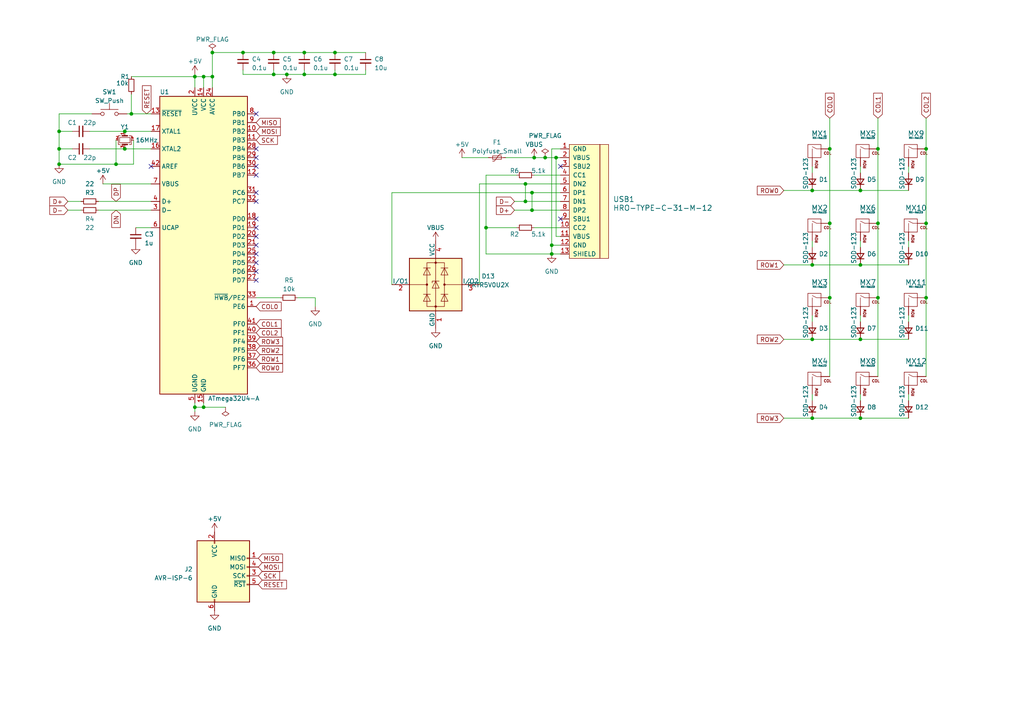
<source format=kicad_sch>
(kicad_sch (version 20230121) (generator eeschema)
  (paper "A4")
  (title_block (title "MacroPad") (date "2023-03-09") (rev "1.0") (company "HamelElectronics") (comment 1 "By Jeffrey Hamel"))
  (lib_symbols
    (symbol "Connector:AVR-ISP-6" (pin_names (offset 1.016))
      (property "Reference" "J" (at -6.35 11.43 0))
      (property "Value" "AVR-ISP-6" (at 0 11.43 0))
      (symbol "AVR-ISP-6_0_1"
        (rectangle (start -2.667 -6.858) (end -2.413 -7.62))
        (rectangle (start -2.667 10.16) (end -2.413 9.398))
        (rectangle (start 7.62 -2.413) (end 6.858 -2.667))
        (rectangle (start 7.62 0.127) (end 6.858 -0.127))
        (rectangle (start 7.62 2.667) (end 6.858 2.413))
        (rectangle (start 7.62 5.207) (end 6.858 4.953))
        (rectangle (start 7.62 10.16) (end -7.62 -7.62) (stroke (width 0.254)) (fill (type background)))
      )
      (symbol "AVR-ISP-6_1_1"
        (pin passive line (at 10.16 5.08 180) (length 2.54) (name "MISO") (number "1"))
        (pin passive line (at -2.54 12.7 270) (length 2.54) (name "VCC") (number "2"))
        (pin passive line (at 10.16 0 180) (length 2.54) (name "SCK") (number "3"))
        (pin passive line (at 10.16 2.54 180) (length 2.54) (name "MOSI") (number "4"))
        (pin passive line (at 10.16 -2.54 180) (length 2.54) (name "~{RST}") (number "5"))
        (pin passive line (at -2.54 -10.16 90) (length 2.54) (name "GND") (number "6"))
      )
    )
    (symbol "Device:C_Small" (pin_numbers hide) (pin_names (offset 0.254) hide)
      (property "Reference" "C" (at 0.254 1.778 0))
      (property "Value" "C_Small" (at 0.254 -2.032 0))
      (symbol "C_Small_0_1"
        (polyline (pts (xy -1.524 -0.508) (xy 1.524 -0.508)) (stroke (width 0.3302)))
        (polyline (pts (xy -1.524 0.508) (xy 1.524 0.508)) (stroke (width 0.3048)))
      )
      (symbol "C_Small_1_1"
        (pin passive line (at 0 2.54 270) (length 2.032) (name "~") (number "1"))
        (pin passive line (at 0 -2.54 90) (length 2.032) (name "~") (number "2"))
      )
    )
    (symbol "Device:Crystal_GND24_Small" (pin_names (offset 1.016) hide)
      (property "Reference" "Y" (at 1.27 4.445 0))
      (property "Value" "Crystal_GND24_Small" (at 1.27 2.54 0))
      (symbol "Crystal_GND24_Small_0_1"
        (rectangle (start -0.762 -1.524) (end 0.762 1.524))
        (polyline (pts (xy -1.27 -0.762) (xy -1.27 0.762)) (stroke (width 0.381)))
        (polyline (pts (xy 1.27 -0.762) (xy 1.27 0.762)) (stroke (width 0.381)))
        (polyline (pts (xy -1.27 -1.27) (xy -1.27 -1.905) (xy 1.27 -1.905) (xy 1.27 -1.27)))
        (polyline (pts (xy -1.27 1.27) (xy -1.27 1.905) (xy 1.27 1.905) (xy 1.27 1.27)))
      )
      (symbol "Crystal_GND24_Small_1_1"
        (pin passive line (at -2.54 0 0) (length 1.27) (name "1") (number "1"))
        (pin passive line (at 0 -2.54 90) (length 0.635) (name "2") (number "2"))
        (pin passive line (at 2.54 0 180) (length 1.27) (name "3") (number "3"))
        (pin passive line (at 0 2.54 270) (length 0.635) (name "4") (number "4"))
      )
    )
    (symbol "Device:D_Small" (pin_numbers hide) (pin_names (offset 0.254) hide)
      (property "Reference" "D" (at -1.27 2.032 0))
      (property "Value" "D_Small" (at -3.81 -2.032 0))
      (symbol "D_Small_0_1"
        (polyline (pts (xy -0.762 -1.016) (xy -0.762 1.016)) (stroke (width 0.254)))
        (polyline (pts (xy -0.762 0) (xy 0.762 0)))
        (polyline (pts (xy 0.762 -1.016) (xy -0.762 0) (xy 0.762 1.016) (xy 0.762 -1.016)) (stroke (width 0.254)))
      )
      (symbol "D_Small_1_1"
        (pin passive line (at -2.54 0 0) (length 1.778) (name "K") (number "1"))
        (pin passive line (at 2.54 0 180) (length 1.778) (name "A") (number "2"))
      )
    )
    (symbol "Device:Polyfuse_Small" (pin_numbers hide) (pin_names (offset 0))
      (property "Reference" "F" (at -1.905 0 90))
      (property "Value" "Polyfuse_Small" (at 1.905 0 90))
      (symbol "Polyfuse_Small_0_1"
        (rectangle (start -0.508 1.27) (end 0.508 -1.27))
        (polyline (pts (xy 0 2.54) (xy 0 -2.54)))
        (polyline (pts (xy -1.016 1.27) (xy -1.016 0.762) (xy 1.016 -0.762) (xy 1.016 -1.27)))
      )
      (symbol "Polyfuse_Small_1_1"
        (pin passive line (at 0 2.54 270) (length 0.635) (name "~") (number "1"))
        (pin passive line (at 0 -2.54 90) (length 0.635) (name "~") (number "2"))
      )
    )
    (symbol "Device:R_Small" (pin_numbers hide) (pin_names (offset 0.254) hide)
      (property "Reference" "R" (at 0.762 0.508 0))
      (property "Value" "R_Small" (at 0.762 -1.016 0))
      (symbol "R_Small_0_1"
        (rectangle (start -0.762 1.778) (end 0.762 -1.778) (stroke (width 0.2032)))
      )
      (symbol "R_Small_1_1"
        (pin passive line (at 0 2.54 270) (length 0.762) (name "~") (number "1"))
        (pin passive line (at 0 -2.54 90) (length 0.762) (name "~") (number "2"))
      )
    )
    (symbol "MCU_Microchip_ATmega:ATmega32U4-A"
      (property "Reference" "U" (at -12.7 44.45 0))
      (property "Value" "ATmega32U4-A" (at 2.54 -44.45 0))
      (symbol "ATmega32U4-A_0_1"
        (rectangle (start -12.7 -43.18) (end 12.7 43.18) (stroke (width 0.254)) (fill (type background)))
      )
      (symbol "ATmega32U4-A_1_1"
        (pin bidirectional line (at 15.24 -17.78 180) (length 2.54) (name "PE6") (number "1"))
        (pin bidirectional line (at 15.24 33.02 180) (length 2.54) (name "PB2") (number "10"))
        (pin bidirectional line (at 15.24 30.48 180) (length 2.54) (name "PB3") (number "11"))
        (pin bidirectional line (at 15.24 20.32 180) (length 2.54) (name "PB7") (number "12"))
        (pin input line (at -15.24 38.1 0) (length 2.54) (name "~{RESET}") (number "13"))
        (pin power_in line (at 0 45.72 270) (length 2.54) (name "VCC") (number "14"))
        (pin power_in line (at 0 -45.72 90) (length 2.54) (name "GND") (number "15"))
        (pin output line (at -15.24 27.94 0) (length 2.54) (name "XTAL2") (number "16"))
        (pin input line (at -15.24 33.02 0) (length 2.54) (name "XTAL1") (number "17"))
        (pin bidirectional line (at 15.24 7.62 180) (length 2.54) (name "PD0") (number "18"))
        (pin bidirectional line (at 15.24 5.08 180) (length 2.54) (name "PD1") (number "19"))
        (pin power_in line (at -2.54 45.72 270) (length 2.54) (name "UVCC") (number "2"))
        (pin bidirectional line (at 15.24 2.54 180) (length 2.54) (name "PD2") (number "20"))
        (pin bidirectional line (at 15.24 0 180) (length 2.54) (name "PD3") (number "21"))
        (pin bidirectional line (at 15.24 -5.08 180) (length 2.54) (name "PD5") (number "22"))
        (pin passive line (at 0 -45.72 90) (length 2.54) hide (name "GND") (number "23"))
        (pin power_in line (at 2.54 45.72 270) (length 2.54) (name "AVCC") (number "24"))
        (pin bidirectional line (at 15.24 -2.54 180) (length 2.54) (name "PD4") (number "25"))
        (pin bidirectional line (at 15.24 -7.62 180) (length 2.54) (name "PD6") (number "26"))
        (pin bidirectional line (at 15.24 -10.16 180) (length 2.54) (name "PD7") (number "27"))
        (pin bidirectional line (at 15.24 27.94 180) (length 2.54) (name "PB4") (number "28"))
        (pin bidirectional line (at 15.24 25.4 180) (length 2.54) (name "PB5") (number "29"))
        (pin bidirectional line (at -15.24 10.16 0) (length 2.54) (name "D-") (number "3"))
        (pin bidirectional line (at 15.24 22.86 180) (length 2.54) (name "PB6") (number "30"))
        (pin bidirectional line (at 15.24 15.24 180) (length 2.54) (name "PC6") (number "31"))
        (pin bidirectional line (at 15.24 12.7 180) (length 2.54) (name "PC7") (number "32"))
        (pin bidirectional line (at 15.24 -15.24 180) (length 2.54) (name "~{HWB}/PE2") (number "33"))
        (pin passive line (at 0 45.72 270) (length 2.54) hide (name "VCC") (number "34"))
        (pin passive line (at 0 -45.72 90) (length 2.54) hide (name "GND") (number "35"))
        (pin bidirectional line (at 15.24 -35.56 180) (length 2.54) (name "PF7") (number "36"))
        (pin bidirectional line (at 15.24 -33.02 180) (length 2.54) (name "PF6") (number "37"))
        (pin bidirectional line (at 15.24 -30.48 180) (length 2.54) (name "PF5") (number "38"))
        (pin bidirectional line (at 15.24 -27.94 180) (length 2.54) (name "PF4") (number "39"))
        (pin bidirectional line (at -15.24 12.7 0) (length 2.54) (name "D+") (number "4"))
        (pin bidirectional line (at 15.24 -25.4 180) (length 2.54) (name "PF1") (number "40"))
        (pin bidirectional line (at 15.24 -22.86 180) (length 2.54) (name "PF0") (number "41"))
        (pin passive line (at -15.24 22.86 0) (length 2.54) (name "AREF") (number "42"))
        (pin passive line (at 0 -45.72 90) (length 2.54) hide (name "GND") (number "43"))
        (pin passive line (at 2.54 45.72 270) (length 2.54) hide (name "AVCC") (number "44"))
        (pin passive line (at -2.54 -45.72 90) (length 2.54) (name "UGND") (number "5"))
        (pin passive line (at -15.24 5.08 0) (length 2.54) (name "UCAP") (number "6"))
        (pin input line (at -15.24 17.78 0) (length 2.54) (name "VBUS") (number "7"))
        (pin bidirectional line (at 15.24 38.1 180) (length 2.54) (name "PB0") (number "8"))
        (pin bidirectional line (at 15.24 35.56 180) (length 2.54) (name "PB1") (number "9"))
      )
    )
    (symbol "MX_Alps_Hybrid:MX-NoLED" (pin_names (offset 1.016))
      (property "Reference" "MX" (at -0.635 3.81 0))
      (property "Value" "MX-NoLED" (at -0.635 1.27 0))
      (symbol "MX-NoLED_0_0"
        (rectangle (start -2.54 2.54) (end 1.27 -1.27))
        (polyline (pts (xy -1.27 -1.27) (xy -1.27 1.27)) (stroke (width 0.127)))
        (polyline (pts (xy 1.27 1.27) (xy 0 1.27) (xy -1.27 1.905)) (stroke (width 0.127)))
        (text "COL" (at 3.175 0 0) (effects (font (size 0.762 0.762))))
        (text "ROW" (at 0 -1.905 900) (effects (font (size 0.762 0.762)) (justify right)))
      )
      (symbol "MX-NoLED_1_1"
        (pin passive line (at 3.81 1.27 180) (length 2.54) (name "COL") (number "1"))
        (pin passive line (at -1.27 -3.81 90) (length 2.54) (name "ROW") (number "2"))
      )
    )
    (symbol "Power_Protection:PRTR5V0U2X" (pin_names (offset 0))
      (property "Reference" "D" (at 2.794 8.636 0))
      (property "Value" "PRTR5V0U2X" (at 8.128 -9.398 0))
      (symbol "PRTR5V0U2X_0_1"
        (rectangle (start -7.62 -7.62) (end 7.62 7.62) (stroke (width 0.254)) (fill (type background)))
        (circle (center -2.54 0) (radius 0.254) (fill (type outline)))
        (rectangle (start -2.54 6.35) (end 2.54 -6.35))
        (circle (center 0 -6.35) (radius 0.254) (fill (type outline)))
        (polyline (pts (xy -2.54 0) (xy -7.62 0)))
        (polyline (pts (xy -1.524 -2.794) (xy -3.556 -2.794)))
        (polyline (pts (xy -1.524 4.826) (xy -3.556 4.826)))
        (polyline (pts (xy 0 -7.62) (xy 0 7.62)))
        (polyline (pts (xy 1.524 -2.794) (xy 3.556 -2.794)))
        (polyline (pts (xy 1.524 4.826) (xy 3.556 4.826)))
        (polyline (pts (xy 2.54 0) (xy 7.62 0)))
        (polyline (pts (xy 1.016 1.016) (xy -1.016 1.016) (xy -1.016 0.508)))
        (polyline (pts (xy -3.556 -4.826) (xy -1.524 -4.826) (xy -2.54 -2.794) (xy -3.556 -4.826)))
        (polyline (pts (xy -3.556 2.794) (xy -1.524 2.794) (xy -2.54 4.826) (xy -3.556 2.794)))
        (polyline (pts (xy -1.016 -1.016) (xy 1.016 -1.016) (xy 0 1.016) (xy -1.016 -1.016)))
        (polyline (pts (xy 3.556 -4.826) (xy 1.524 -4.826) (xy 2.54 -2.794) (xy 3.556 -4.826)))
        (polyline (pts (xy 3.556 2.794) (xy 1.524 2.794) (xy 2.54 4.826) (xy 3.556 2.794)))
        (circle (center 0 6.35) (radius 0.254) (fill (type outline)))
        (circle (center 2.54 0) (radius 0.254) (fill (type outline)))
      )
      (symbol "PRTR5V0U2X_1_1"
        (pin passive line (at 0 -12.7 90) (length 5.08) (name "GND") (number "1"))
        (pin passive line (at -12.7 0 0) (length 5.08) (name "I/O1") (number "2"))
        (pin passive line (at 12.7 0 180) (length 5.08) (name "I/O2") (number "3"))
        (pin passive line (at 0 12.7 270) (length 5.08) (name "VCC") (number "4"))
      )
    )
    (symbol "Switch:SW_Push" (pin_numbers hide) (pin_names (offset 1.016) hide)
      (property "Reference" "SW" (at 1.27 2.54 0))
      (property "Value" "SW_Push" (at 0 -1.524 0))
      (symbol "SW_Push_0_1"
        (circle (center -2.032 0) (radius 0.508))
        (polyline (pts (xy 0 1.27) (xy 0 3.048)))
        (polyline (pts (xy 2.54 1.27) (xy -2.54 1.27)))
        (circle (center 2.032 0) (radius 0.508))
        (pin passive line (at -5.08 0 0) (length 2.54) (name "1") (number "1"))
        (pin passive line (at 5.08 0 180) (length 2.54) (name "2") (number "2"))
      )
    )
    (symbol "Type-C:HRO-TYPE-C-31-M-12" (pin_names (offset 1.016))
      (property "Reference" "USB" (at -5.08 16.51 0))
      (property "Value" "HRO-TYPE-C-31-M-12" (at -10.16 -1.27 90))
      (symbol "HRO-TYPE-C-31-M-12_0_1"
        (rectangle (start -11.43 15.24) (end -8.89 -17.78) (fill (type background)))
        (rectangle (start 0 -17.78) (end -8.89 15.24) (fill (type background)))
      )
      (symbol "HRO-TYPE-C-31-M-12_1_1"
        (pin input line (at 2.54 13.97 180) (length 2.54) (name "GND") (number "1"))
        (pin input line (at 2.54 -8.89 180) (length 2.54) (name "CC2") (number "10"))
        (pin input line (at 2.54 -11.43 180) (length 2.54) (name "VBUS") (number "11"))
        (pin input line (at 2.54 -13.97 180) (length 2.54) (name "GND") (number "12"))
        (pin input line (at 2.54 -16.51 180) (length 2.54) (name "SHIELD") (number "13"))
        (pin input line (at 2.54 11.43 180) (length 2.54) (name "VBUS") (number "2"))
        (pin input line (at 2.54 8.89 180) (length 2.54) (name "SBU2") (number "3"))
        (pin input line (at 2.54 6.35 180) (length 2.54) (name "CC1") (number "4"))
        (pin input line (at 2.54 3.81 180) (length 2.54) (name "DN2") (number "5"))
        (pin input line (at 2.54 1.27 180) (length 2.54) (name "DP1") (number "6"))
        (pin input line (at 2.54 -1.27 180) (length 2.54) (name "DN1") (number "7"))
        (pin input line (at 2.54 -3.81 180) (length 2.54) (name "DP2") (number "8"))
        (pin input line (at 2.54 -6.35 180) (length 2.54) (name "SBU1") (number "9"))
      )
    )
    (symbol "power:+5V" (power) (pin_names (offset 0))
      (property "Value" "+5V" (at 0 3.556 0))
      (symbol "+5V_0_1"
        (polyline (pts (xy -0.762 1.27) (xy 0 2.54)))
        (polyline (pts (xy 0 0) (xy 0 2.54)))
        (polyline (pts (xy 0 2.54) (xy 0.762 1.27)))
      )
      (symbol "+5V_1_1"
        (pin power_in line (at 0 0 90) (length 0) hide (name "+5V") (number "1"))
      )
    )
    (symbol "power:GND" (power) (pin_names (offset 0))
      (property "Value" "GND" (at 0 -3.81 0))
      (symbol "GND_0_1"
        (polyline (pts (xy 0 0) (xy 0 -1.27) (xy 1.27 -1.27) (xy 0 -2.54) (xy -1.27 -1.27) (xy 0 -1.27)))
      )
      (symbol "GND_1_1"
        (pin power_in line (at 0 0 270) (length 0) hide (name "GND") (number "1"))
      )
    )
    (symbol "power:PWR_FLAG" (power) (pin_numbers hide) (pin_names (offset 0) hide)
      (property "Value" "PWR_FLAG" (at 0 3.81 0))
      (symbol "PWR_FLAG_0_0"
        (pin power_out line (at 0 0 90) (length 0) (name "pwr") (number "1"))
      )
      (symbol "PWR_FLAG_0_1"
        (polyline (pts (xy 0 0) (xy 0 1.27) (xy -1.016 1.905) (xy 0 2.54) (xy 1.016 1.905) (xy 0 1.27)))
      )
    )
    (symbol "power:VBUS" (power) (pin_names (offset 0))
      (property "Value" "VBUS" (at 0 3.81 0))
      (symbol "VBUS_0_1"
        (polyline (pts (xy -0.762 1.27) (xy 0 2.54)))
        (polyline (pts (xy 0 0) (xy 0 2.54)))
        (polyline (pts (xy 0 2.54) (xy 0.762 1.27)))
      )
      (symbol "VBUS_1_1"
        (pin power_in line (at 0 0 90) (length 0) hide (name "VBUS") (number "1"))
      )
    )
  )
  (junction (at 79.375 15.24))
  (junction (at 154.305 55.88))
  (junction (at 33.655 47.625))
  (junction (at 140.97 66.04))
  (junction (at 158.115 45.72))
  (junction (at 88.265 21.59))
  (junction (at 254.635 43.18))
  (junction (at 61.595 22.225))
  (junction (at 97.155 21.59))
  (junction (at 56.515 118.11))
  (junction (at 83.185 21.59))
  (junction (at 59.055 118.11))
  (junction (at 249.555 55.245))
  (junction (at 268.605 64.77))
  (junction (at 17.145 43.18))
  (junction (at 235.585 98.425))
  (junction (at 79.375 21.59))
  (junction (at 161.29 45.72))
  (junction (at 154.305 60.96))
  (junction (at 152.4 58.42))
  (junction (at 268.605 86.36))
  (junction (at 88.265 15.24))
  (junction (at 70.485 15.24))
  (junction (at 240.665 64.77))
  (junction (at 254.635 64.77))
  (junction (at 61.595 15.24))
  (junction (at 235.585 55.245))
  (junction (at 240.665 43.18))
  (junction (at 56.515 22.225))
  (junction (at 160.02 73.66))
  (junction (at 235.585 76.835))
  (junction (at 59.055 22.225))
  (junction (at 235.585 121.285))
  (junction (at 268.605 43.18))
  (junction (at 249.555 76.835))
  (junction (at 152.4 53.34))
  (junction (at 240.665 86.36))
  (junction (at 160.02 71.12))
  (junction (at 17.145 47.625))
  (junction (at 249.555 98.425))
  (junction (at 249.555 121.285))
  (junction (at 254.635 86.36))
  (junction (at 17.145 38.1))
  (junction (at 36.195 38.1))
  (junction (at 154.94 45.72))
  (junction (at 97.155 15.24))
  (junction (at 36.195 43.18))
  (junction (at 38.1 33.02))
  (no_connect (at 74.295 78.74))
  (no_connect (at 162.56 63.5))
  (no_connect (at 74.295 66.04))
  (no_connect (at 74.295 73.66))
  (no_connect (at 74.295 33.02))
  (no_connect (at 74.295 68.58))
  (no_connect (at 74.295 81.28))
  (no_connect (at 74.295 45.72))
  (no_connect (at 43.815 48.26))
  (no_connect (at 74.295 63.5))
  (no_connect (at 74.295 50.8))
  (no_connect (at 162.56 48.26))
  (no_connect (at 74.295 43.18))
  (no_connect (at 74.295 55.88))
  (no_connect (at 74.295 48.26))
  (no_connect (at 74.295 58.42))
  (no_connect (at 74.295 76.2))
  (no_connect (at 74.295 71.12))
  (wire (pts (xy 19.685 58.42) (xy 23.495 58.42)))
  (wire (pts (xy 38.735 40.64) (xy 38.735 47.625)))
  (wire (pts (xy 268.605 64.77) (xy 268.605 86.36)))
  (wire (pts (xy 227.33 121.285) (xy 235.585 121.285)))
  (wire (pts (xy 154.305 55.88) (xy 154.305 60.96)))
  (wire (pts (xy 133.985 45.72) (xy 141.605 45.72)))
  (wire (pts (xy 17.145 38.1) (xy 17.145 43.18)))
  (wire (pts (xy 240.665 43.18) (xy 240.665 64.77)))
  (wire (pts (xy 26.67 33.02) (xy 17.145 33.02)))
  (wire (pts (xy 36.195 38.1) (xy 43.815 38.1)))
  (wire (pts (xy 88.265 15.24) (xy 97.155 15.24)))
  (wire (pts (xy 91.44 86.36) (xy 91.44 88.9)))
  (wire (pts (xy 161.29 45.72) (xy 161.29 68.58)))
  (wire (pts (xy 59.055 22.225) (xy 61.595 22.225)))
  (wire (pts (xy 263.525 91.44) (xy 263.525 93.345)))
  (wire (pts (xy 39.37 66.04) (xy 43.815 66.04)))
  (wire (pts (xy 56.515 22.225) (xy 59.055 22.225)))
  (wire (pts (xy 38.735 47.625) (xy 33.655 47.625)))
  (wire (pts (xy 139.065 82.55) (xy 139.065 53.34)))
  (wire (pts (xy 235.585 98.425) (xy 249.555 98.425)))
  (wire (pts (xy 149.86 50.8) (xy 140.97 50.8)))
  (wire (pts (xy 162.56 73.66) (xy 160.02 73.66)))
  (wire (pts (xy 235.585 76.835) (xy 249.555 76.835)))
  (wire (pts (xy 70.485 15.24) (xy 61.595 15.24)))
  (wire (pts (xy 268.605 43.18) (xy 268.605 64.77)))
  (wire (pts (xy 152.4 58.42) (xy 162.56 58.42)))
  (wire (pts (xy 79.375 20.32) (xy 79.375 21.59)))
  (wire (pts (xy 74.295 86.36) (xy 81.28 86.36)))
  (wire (pts (xy 56.515 22.225) (xy 56.515 25.4)))
  (wire (pts (xy 97.155 21.59) (xy 106.045 21.59)))
  (wire (pts (xy 59.055 22.225) (xy 59.055 25.4)))
  (wire (pts (xy 56.515 118.11) (xy 59.055 118.11)))
  (wire (pts (xy 17.145 43.18) (xy 17.145 47.625)))
  (wire (pts (xy 152.4 53.34) (xy 162.56 53.34)))
  (wire (pts (xy 59.055 118.11) (xy 65.405 118.11)))
  (wire (pts (xy 263.525 114.3) (xy 263.525 116.205)))
  (wire (pts (xy 235.585 69.85) (xy 235.585 71.755)))
  (wire (pts (xy 97.155 15.24) (xy 106.045 15.24)))
  (wire (pts (xy 254.635 34.29) (xy 254.635 43.18)))
  (wire (pts (xy 36.195 43.18) (xy 43.815 43.18)))
  (wire (pts (xy 17.145 47.625) (xy 33.655 47.625)))
  (wire (pts (xy 235.585 91.44) (xy 235.585 93.345)))
  (wire (pts (xy 83.185 21.59) (xy 88.265 21.59)))
  (wire (pts (xy 38.1 22.225) (xy 56.515 22.225)))
  (wire (pts (xy 17.145 33.02) (xy 17.145 38.1)))
  (wire (pts (xy 106.045 20.32) (xy 106.045 21.59)))
  (wire (pts (xy 70.485 20.32) (xy 70.485 21.59)))
  (wire (pts (xy 154.305 55.88) (xy 162.56 55.88)))
  (wire (pts (xy 254.635 64.77) (xy 254.635 86.36)))
  (wire (pts (xy 249.555 55.245) (xy 263.525 55.245)))
  (wire (pts (xy 26.035 38.1) (xy 36.195 38.1)))
  (wire (pts (xy 249.555 76.835) (xy 263.525 76.835)))
  (wire (pts (xy 56.515 21.59) (xy 56.515 22.225)))
  (wire (pts (xy 235.585 55.245) (xy 249.555 55.245)))
  (wire (pts (xy 113.665 55.88) (xy 154.305 55.88)))
  (wire (pts (xy 29.845 53.34) (xy 43.815 53.34)))
  (wire (pts (xy 28.575 60.96) (xy 43.815 60.96)))
  (wire (pts (xy 249.555 48.26) (xy 249.555 50.165)))
  (wire (pts (xy 79.375 21.59) (xy 83.185 21.59)))
  (wire (pts (xy 240.665 34.29) (xy 240.665 43.18)))
  (wire (pts (xy 154.94 45.72) (xy 158.115 45.72)))
  (wire (pts (xy 70.485 21.59) (xy 79.375 21.59)))
  (wire (pts (xy 254.635 86.36) (xy 254.635 109.22)))
  (wire (pts (xy 56.515 118.11) (xy 56.515 119.38)))
  (wire (pts (xy 140.97 66.04) (xy 140.97 73.66)))
  (wire (pts (xy 36.83 33.02) (xy 38.1 33.02)))
  (wire (pts (xy 146.685 45.72) (xy 154.94 45.72)))
  (wire (pts (xy 268.605 34.29) (xy 268.605 43.18)))
  (wire (pts (xy 154.94 66.04) (xy 162.56 66.04)))
  (wire (pts (xy 17.145 43.18) (xy 20.955 43.18)))
  (wire (pts (xy 249.555 69.85) (xy 249.555 71.755)))
  (wire (pts (xy 38.1 33.02) (xy 43.815 33.02)))
  (wire (pts (xy 263.525 48.26) (xy 263.525 50.165)))
  (wire (pts (xy 162.56 43.18) (xy 160.02 43.18)))
  (wire (pts (xy 235.585 48.26) (xy 235.585 50.165)))
  (wire (pts (xy 33.655 40.64) (xy 33.655 47.625)))
  (wire (pts (xy 26.035 43.18) (xy 36.195 43.18)))
  (wire (pts (xy 249.555 98.425) (xy 263.525 98.425)))
  (wire (pts (xy 140.97 50.8) (xy 140.97 66.04)))
  (wire (pts (xy 263.525 69.85) (xy 263.525 71.755)))
  (wire (pts (xy 227.33 98.425) (xy 235.585 98.425)))
  (wire (pts (xy 154.305 60.96) (xy 162.56 60.96)))
  (wire (pts (xy 162.56 68.58) (xy 161.29 68.58)))
  (wire (pts (xy 249.555 91.44) (xy 249.555 93.345)))
  (wire (pts (xy 113.665 82.55) (xy 113.665 55.88)))
  (wire (pts (xy 149.225 60.96) (xy 154.305 60.96)))
  (wire (pts (xy 154.94 50.8) (xy 162.56 50.8)))
  (wire (pts (xy 140.97 73.66) (xy 160.02 73.66)))
  (wire (pts (xy 160.02 43.18) (xy 160.02 71.12)))
  (wire (pts (xy 240.665 86.36) (xy 240.665 109.22)))
  (wire (pts (xy 161.29 45.72) (xy 162.56 45.72)))
  (wire (pts (xy 249.555 121.285) (xy 263.525 121.285)))
  (wire (pts (xy 160.02 71.12) (xy 162.56 71.12)))
  (wire (pts (xy 19.685 60.96) (xy 23.495 60.96)))
  (wire (pts (xy 227.33 76.835) (xy 235.585 76.835)))
  (wire (pts (xy 61.595 22.225) (xy 61.595 25.4)))
  (wire (pts (xy 20.955 38.1) (xy 17.145 38.1)))
  (wire (pts (xy 158.115 45.72) (xy 161.29 45.72)))
  (wire (pts (xy 227.33 55.245) (xy 235.585 55.245)))
  (wire (pts (xy 97.155 20.32) (xy 97.155 21.59)))
  (wire (pts (xy 149.86 66.04) (xy 140.97 66.04)))
  (wire (pts (xy 249.555 114.3) (xy 249.555 116.205)))
  (wire (pts (xy 38.1 27.305) (xy 38.1 33.02)))
  (wire (pts (xy 149.225 58.42) (xy 152.4 58.42)))
  (wire (pts (xy 28.575 58.42) (xy 43.815 58.42)))
  (wire (pts (xy 88.265 20.32) (xy 88.265 21.59)))
  (wire (pts (xy 160.02 73.66) (xy 160.02 71.12)))
  (wire (pts (xy 235.585 114.3) (xy 235.585 116.205)))
  (wire (pts (xy 86.36 86.36) (xy 91.44 86.36)))
  (wire (pts (xy 139.065 53.34) (xy 152.4 53.34)))
  (wire (pts (xy 235.585 121.285) (xy 249.555 121.285)))
  (wire (pts (xy 152.4 53.34) (xy 152.4 58.42)))
  (wire (pts (xy 56.515 116.84) (xy 56.515 118.11)))
  (wire (pts (xy 59.055 116.84) (xy 59.055 118.11)))
  (wire (pts (xy 254.635 43.18) (xy 254.635 64.77)))
  (wire (pts (xy 61.595 15.24) (xy 61.595 22.225)))
  (wire (pts (xy 268.605 86.36) (xy 268.605 109.22)))
  (wire (pts (xy 79.375 15.24) (xy 88.265 15.24)))
  (wire (pts (xy 70.485 15.24) (xy 79.375 15.24)))
  (wire (pts (xy 88.265 21.59) (xy 97.155 21.59)))
  (wire (pts (xy 240.665 64.77) (xy 240.665 86.36)))
  (global_label "D-" (shape input) (at 149.225 58.42 180) (property "Intersheetrefs" "${INTERSHEET_REFS}" (effects hide)))
  (global_label "ROW3" (shape input) (at 74.295 99.06 0) (property "Intersheetrefs" "${INTERSHEET_REFS}" (effects hide)))
  (global_label "COL0" (shape input) (at 240.665 34.29 90) (property "Intersheetrefs" "${INTERSHEET_REFS}" (effects hide)))
  (global_label "ROW1" (shape input) (at 74.295 104.14 0) (property "Intersheetrefs" "${INTERSHEET_REFS}" (effects hide)))
  (global_label "COL2" (shape input) (at 268.605 34.29 90) (property "Intersheetrefs" "${INTERSHEET_REFS}" (effects hide)))
  (global_label "RESET" (shape input) (at 74.93 169.545 0) (property "Intersheetrefs" "${INTERSHEET_REFS}" (effects hide)))
  (global_label "DP" (shape input) (at 33.655 58.42 90) (property "Intersheetrefs" "${INTERSHEET_REFS}" (effects hide)))
  (global_label "D+" (shape input) (at 19.685 58.42 180) (property "Intersheetrefs" "${INTERSHEET_REFS}" (effects hide)))
  (global_label "D-" (shape input) (at 19.685 60.96 180) (property "Intersheetrefs" "${INTERSHEET_REFS}" (effects hide)))
  (global_label "MOSI" (shape input) (at 74.93 164.465 0) (property "Intersheetrefs" "${INTERSHEET_REFS}" (effects hide)))
  (global_label "SCK" (shape input) (at 74.295 40.64 0) (property "Intersheetrefs" "${INTERSHEET_REFS}" (effects hide)))
  (global_label "ROW1" (shape input) (at 227.33 76.835 180) (property "Intersheetrefs" "${INTERSHEET_REFS}" (effects hide)))
  (global_label "COL2" (shape input) (at 74.295 96.52 0) (property "Intersheetrefs" "${INTERSHEET_REFS}" (effects hide)))
  (global_label "MISO" (shape input) (at 74.93 161.925 0) (property "Intersheetrefs" "${INTERSHEET_REFS}" (effects hide)))
  (global_label "COL1" (shape input) (at 74.295 93.98 0) (property "Intersheetrefs" "${INTERSHEET_REFS}" (effects hide)))
  (global_label "ROW0" (shape input) (at 227.33 55.245 180) (property "Intersheetrefs" "${INTERSHEET_REFS}" (effects hide)))
  (global_label "COL1" (shape input) (at 254.635 34.29 90) (property "Intersheetrefs" "${INTERSHEET_REFS}" (effects hide)))
  (global_label "COL0" (shape input) (at 74.295 88.9 0) (property "Intersheetrefs" "${INTERSHEET_REFS}" (effects hide)))
  (global_label "SCK" (shape input) (at 74.93 167.005 0) (property "Intersheetrefs" "${INTERSHEET_REFS}" (effects hide)))
  (global_label "ROW2" (shape input) (at 74.295 101.6 0) (property "Intersheetrefs" "${INTERSHEET_REFS}" (effects hide)))
  (global_label "RESET" (shape input) (at 42.545 33.02 90) (property "Intersheetrefs" "${INTERSHEET_REFS}" (effects hide)))
  (global_label "DN" (shape input) (at 33.655 60.96 270) (property "Intersheetrefs" "${INTERSHEET_REFS}" (effects hide)))
  (global_label "ROW3" (shape input) (at 227.33 121.285 180) (property "Intersheetrefs" "${INTERSHEET_REFS}" (effects hide)))
  (global_label "ROW2" (shape input) (at 227.33 98.425 180) (property "Intersheetrefs" "${INTERSHEET_REFS}" (effects hide)))
  (global_label "MISO" (shape input) (at 74.295 35.56 0) (property "Intersheetrefs" "${INTERSHEET_REFS}" (effects hide)))
  (global_label "D+" (shape input) (at 149.225 60.96 180) (property "Intersheetrefs" "${INTERSHEET_REFS}" (effects hide)))
  (global_label "ROW0" (shape input) (at 74.295 106.68 0) (property "Intersheetrefs" "${INTERSHEET_REFS}" (effects hide)))
  (global_label "MOSI" (shape input) (at 74.295 38.1 0) (property "Intersheetrefs" "${INTERSHEET_REFS}" (effects hide)))
  (symbol (lib_id "Device:R_Small") (at 83.82 86.36 90) (unit 1)
    (property "Reference" "R5" (at 83.82 81.28 90))
    (property "Value" "10k" (at 83.82 83.82 90))
    (property "Footprint" "Resistor_SMD:R_0805_2012Metric" (effects hide))
    (property "LCSC" "C100047" (effects hide))
  )
  (symbol (lib_id "Device:C_Small") (at 23.495 38.1 90) (unit 1)
    (property "Reference" "C1" (at 20.955 35.56 90))
    (property "Value" "22p" (at 26.035 35.56 90))
    (property "Footprint" "Capacitor_SMD:C_0805_2012Metric" (effects hide))
    (property "LCSC" "C1804" (effects hide))
  )
  (symbol (lib_id "power:VBUS") (at 126.365 69.85 0) (unit 1)
    (property "Reference" "#PWR015" (effects hide))
    (property "Value" "VBUS" (at 126.365 66.04 0))
  )
  (symbol (lib_id "Device:Crystal_GND24_Small") (at 36.195 40.64 270) (unit 1)
    (property "Reference" "Y1" (at 36.195 36.83 90))
    (property "Value" "16MHz" (at 42.545 40.64 90))
    (property "Footprint" "Crystal:Crystal_SMD_3225-4Pin_3.2x2.5mm_HandSoldering" (effects hide))
    (property "LCSC" "C2650477" (effects hide))
  )
  (symbol (lib_id "MX_Alps_Hybrid:MX-NoLED") (at 264.795 66.04 0) (unit 1)
    (property "Reference" "MX10" (at 265.6782 60.325 0) (effects (font (size 1.524 1.524))))
    (property "Value" "MX-NoLED" (at 265.6782 61.595 0) (effects (font (size 0.508 0.508))))
    (property "Footprint" "MX_Only:MXOnly-1U-Hotswap" (effects hide))
    (property "LCSC" "C5156480" (effects hide))
  )
  (symbol (lib_id "power:PWR_FLAG") (at 61.595 15.24 0) (unit 1)
    (property "Reference" "#FLG01" (effects hide))
    (property "Value" "PWR_FLAG" (at 61.595 11.43 0))
  )
  (symbol (lib_id "power:GND") (at 160.02 73.66 0) (unit 1)
    (property "Reference" "#PWR09" (effects hide))
    (property "Value" "GND" (at 160.02 78.74 0))
  )
  (symbol (lib_id "power:GND") (at 39.37 71.12 0) (unit 1)
    (property "Reference" "#PWR010" (effects hide))
    (property "Value" "GND" (at 39.37 76.2 0))
  )
  (symbol (lib_id "Device:C_Small") (at 23.495 43.18 90) (unit 1)
    (property "Reference" "C2" (at 20.955 45.72 90))
    (property "Value" "22p" (at 26.035 45.72 90))
    (property "Footprint" "Capacitor_SMD:C_0805_2012Metric" (effects hide))
    (property "LCSC" "C1804" (effects hide))
  )
  (symbol (lib_id "power:VBUS") (at 154.94 45.72 0) (unit 1)
    (property "Reference" "#PWR014" (effects hide))
    (property "Value" "VBUS" (at 154.94 41.91 0))
  )
  (symbol (lib_id "power:PWR_FLAG") (at 158.115 45.72 0) (unit 1)
    (property "Reference" "#FLG03" (effects hide))
    (property "Value" "PWR_FLAG" (at 158.115 39.37 0))
  )
  (symbol (lib_id "Device:R_Small") (at 26.035 58.42 270) (unit 1)
    (property "Reference" "R3" (at 26.035 55.88 90))
    (property "Value" "22" (at 26.035 53.34 90))
    (property "Footprint" "Resistor_SMD:R_0805_2012Metric" (effects hide))
    (property "LCSC" "C114231" (effects hide))
  )
  (symbol (lib_id "MX_Alps_Hybrid:MX-NoLED") (at 264.795 44.45 0) (unit 1)
    (property "Reference" "MX9" (at 265.6782 38.735 0) (effects (font (size 1.524 1.524))))
    (property "Value" "MX-NoLED" (at 265.6782 40.005 0) (effects (font (size 0.508 0.508))))
    (property "Footprint" "MX_Only:MXOnly-1U-Hotswap" (effects hide))
    (property "LCSC" "C5156480" (effects hide))
  )
  (symbol (lib_id "Device:D_Small") (at 263.525 74.295 90) (unit 1)
    (property "Reference" "D10" (at 265.43 73.66 90) (effects (justify right)))
    (property "Value" "SOD-123" (at 261.62 67.31 0) (effects (justify right)))
    (property "Footprint" "Diode_SMD:D_SOD-123" (effects hide))
    (property "Sim.Device" "D" (effects hide))
    (property "Sim.Pins" "1=K 2=A" (effects hide))
    (property "LCSC" "C77978" (effects hide))
  )
  (symbol (lib_id "power:GND") (at 91.44 88.9 0) (unit 1)
    (property "Reference" "#PWR03" (effects hide))
    (property "Value" "GND" (at 91.44 93.98 0))
  )
  (symbol (lib_id "Device:D_Small") (at 263.525 118.745 90) (unit 1)
    (property "Reference" "D12" (at 265.43 118.11 90) (effects (justify right)))
    (property "Value" "SOD-123" (at 261.62 111.76 0) (effects (justify right)))
    (property "Footprint" "Diode_SMD:D_SOD-123" (effects hide))
    (property "Sim.Device" "D" (effects hide))
    (property "Sim.Pins" "1=K 2=A" (effects hide))
    (property "LCSC" "C77978" (effects hide))
  )
  (symbol (lib_id "power:GND") (at 83.185 21.59 0) (unit 1)
    (property "Reference" "#PWR04" (effects hide))
    (property "Value" "GND" (at 83.185 26.67 0))
  )
  (symbol (lib_id "Connector:AVR-ISP-6") (at 64.77 167.005 0) (unit 1)
    (property "Reference" "J2" (at 55.88 165.1 0) (effects (justify right)))
    (property "Value" "AVR-ISP-6" (at 55.88 167.64 0) (effects (justify right)))
    (property "Footprint" "random-keyboard-parts:Reset_Pretty-Mask" (effects hide))
    (property "Datasheet" " ~" (effects hide))
  )
  (symbol (lib_id "MX_Alps_Hybrid:MX-NoLED") (at 236.855 66.04 0) (unit 1)
    (property "Reference" "MX2" (at 237.7382 60.325 0) (effects (font (size 1.524 1.524))))
    (property "Value" "MX-NoLED" (at 237.7382 61.595 0) (effects (font (size 0.508 0.508))))
    (property "Footprint" "MX_Only:MXOnly-1U-Hotswap" (effects hide))
    (property "LCSC" "C5156480" (effects hide))
  )
  (symbol (lib_id "Device:D_Small") (at 235.585 95.885 90) (unit 1)
    (property "Reference" "D3" (at 237.49 95.25 90) (effects (justify right)))
    (property "Value" "SOD-123" (at 233.68 88.9 0) (effects (justify right)))
    (property "Footprint" "Diode_SMD:D_SOD-123" (effects hide))
    (property "Sim.Device" "D" (effects hide))
    (property "Sim.Pins" "1=K 2=A" (effects hide))
    (property "LCSC" "C77978" (effects hide))
  )
  (symbol (lib_id "power:PWR_FLAG") (at 65.405 118.11 180) (unit 1)
    (property "Reference" "#FLG02" (effects hide))
    (property "Value" "PWR_FLAG" (at 65.405 123.19 0))
  )
  (symbol (lib_id "Device:Polyfuse_Small") (at 144.145 45.72 90) (unit 1)
    (property "Reference" "F1" (at 144.145 41.275 90))
    (property "Value" "Polyfuse_Small" (at 144.145 43.815 90))
    (property "Footprint" "Fuse:Fuse_1206_3216Metric_Pad1.42x1.75mm_HandSolder" (effects hide))
    (property "LCSC" "C5118830" (effects hide))
  )
  (symbol (lib_id "Device:C_Small") (at 39.37 68.58 0) (unit 1)
    (property "Reference" "C3" (at 41.91 67.9513 0) (effects (justify left)))
    (property "Value" "1u" (at 41.91 70.4913 0) (effects (justify left)))
    (property "Footprint" "Capacitor_SMD:C_0805_2012Metric" (effects hide))
    (property "LCSC" "C116352" (effects hide))
  )
  (symbol (lib_id "Device:R_Small") (at 152.4 50.8 90) (unit 1)
    (property "Reference" "R6" (at 149.225 49.53 90))
    (property "Value" "5.1k" (at 156.21 49.53 90))
    (property "Footprint" "Resistor_SMD:R_0805_2012Metric" (effects hide))
    (property "LCSC" "C105874" (effects hide))
  )
  (symbol (lib_id "power:GND") (at 62.23 177.165 0) (unit 1)
    (property "Reference" "#PWR012" (effects hide))
    (property "Value" "GND" (at 62.23 182.245 0))
  )
  (symbol (lib_id "Switch:SW_Push") (at 31.75 33.02 0) (unit 1)
    (property "Reference" "SW1" (at 31.75 26.67 0))
    (property "Value" "SW_Push" (at 31.75 29.21 0))
    (property "Footprint" "random-keyboard-parts:SKQG-1155865" (effects hide))
    (property "LCSC" "C2689521" (effects hide))
  )
  (symbol (lib_id "power:GND") (at 126.365 95.25 0) (unit 1)
    (property "Reference" "#PWR013" (effects hide))
    (property "Value" "GND" (at 126.365 100.33 0))
  )
  (symbol (lib_id "MCU_Microchip_ATmega:ATmega32U4-A") (at 59.055 71.12 0) (unit 1)
    (property "Reference" "U1" (at 46.355 26.67 0) (effects (justify left)))
    (property "Value" "ATmega32U4-A" (at 60.325 115.57 0) (effects (justify left)))
    (property "Footprint" "Package_QFP:TQFP-44_10x10mm_P0.8mm" (effects hide))
    (property "Datasheet" "http://ww1.microchip.com/downloads/en/DeviceDoc/Atmel-7766-8-bit-AVR-ATmega16U4-32U4_Datasheet.pdf" (effects hide))
    (property "LCSC" "C44854" (effects hide))
  )
  (symbol (lib_id "MX_Alps_Hybrid:MX-NoLED") (at 250.825 66.04 0) (unit 1)
    (property "Reference" "MX6" (at 251.7082 60.325 0) (effects (font (size 1.524 1.524))))
    (property "Value" "MX-NoLED" (at 251.7082 61.595 0) (effects (font (size 0.508 0.508))))
    (property "Footprint" "MX_Only:MXOnly-1U-Hotswap" (effects hide))
    (property "LCSC" "C5156480" (effects hide))
  )
  (symbol (lib_id "Device:D_Small") (at 263.525 52.705 90) (unit 1)
    (property "Reference" "D9" (at 265.43 52.07 90) (effects (justify right)))
    (property "Value" "SOD-123" (at 261.62 45.72 0) (effects (justify right)))
    (property "Footprint" "Diode_SMD:D_SOD-123" (effects hide))
    (property "Sim.Device" "D" (effects hide))
    (property "Sim.Pins" "1=K 2=A" (effects hide))
    (property "LCSC" "C77978" (effects hide))
  )
  (symbol (lib_id "MX_Alps_Hybrid:MX-NoLED") (at 236.855 110.49 0) (unit 1)
    (property "Reference" "MX4" (at 237.7382 104.775 0) (effects (font (size 1.524 1.524))))
    (property "Value" "MX-NoLED" (at 237.7382 106.045 0) (effects (font (size 0.508 0.508))))
    (property "Footprint" "MX_Only:MXOnly-1U-Hotswap" (effects hide))
    (property "LCSC" "C5156480" (effects hide))
  )
  (symbol (lib_id "Device:D_Small") (at 249.555 95.885 90) (unit 1)
    (property "Reference" "D7" (at 251.46 95.25 90) (effects (justify right)))
    (property "Value" "SOD-123" (at 247.65 88.9 0) (effects (justify right)))
    (property "Footprint" "Diode_SMD:D_SOD-123" (effects hide))
    (property "Sim.Device" "D" (effects hide))
    (property "Sim.Pins" "1=K 2=A" (effects hide))
    (property "LCSC" "C77978" (effects hide))
  )
  (symbol (lib_id "Power_Protection:PRTR5V0U2X") (at 126.365 82.55 0) (unit 1)
    (property "Reference" "D13" (at 141.605 80.1117 0))
    (property "Value" "PRTR5V0U2X" (at 141.605 82.6517 0))
    (property "Footprint" "Package_TO_SOT_SMD:SOT-143" (effects hide))
    (property "Datasheet" "https://assets.nexperia.com/documents/data-sheet/PRTR5V0U2X.pdf" (effects hide))
    (property "LCSC" "C2827688" (effects hide))
  )
  (symbol (lib_id "power:GND") (at 56.515 119.38 0) (unit 1)
    (property "Reference" "#PWR02" (effects hide))
    (property "Value" "GND" (at 56.515 124.46 0))
  )
  (symbol (lib_id "power:GND") (at 17.145 47.625 0) (unit 1)
    (property "Reference" "#PWR06" (effects hide))
    (property "Value" "GND" (at 17.145 52.705 0))
  )
  (symbol (lib_id "Device:D_Small") (at 235.585 118.745 90) (unit 1)
    (property "Reference" "D4" (at 237.49 118.11 90) (effects (justify right)))
    (property "Value" "SOD-123" (at 233.68 111.76 0) (effects (justify right)))
    (property "Footprint" "Diode_SMD:D_SOD-123" (effects hide))
    (property "Sim.Device" "D" (effects hide))
    (property "Sim.Pins" "1=K 2=A" (effects hide))
    (property "LCSC" "C77978" (effects hide))
  )
  (symbol (lib_id "Device:D_Small") (at 249.555 74.295 90) (unit 1)
    (property "Reference" "D6" (at 251.46 73.66 90) (effects (justify right)))
    (property "Value" "SOD-123" (at 247.65 67.31 0) (effects (justify right)))
    (property "Footprint" "Diode_SMD:D_SOD-123" (effects hide))
    (property "Sim.Device" "D" (effects hide))
    (property "Sim.Pins" "1=K 2=A" (effects hide))
    (property "LCSC" "C77978" (effects hide))
  )
  (symbol (lib_id "Device:D_Small") (at 249.555 52.705 90) (unit 1)
    (property "Reference" "D5" (at 251.46 52.07 90) (effects (justify right)))
    (property "Value" "SOD-123" (at 247.65 45.72 0) (effects (justify right)))
    (property "Footprint" "Diode_SMD:D_SOD-123" (effects hide))
    (property "Sim.Device" "D" (effects hide))
    (property "Sim.Pins" "1=K 2=A" (effects hide))
    (property "LCSC" "C77978" (effects hide))
  )
  (symbol (lib_id "MX_Alps_Hybrid:MX-NoLED") (at 250.825 87.63 0) (unit 1)
    (property "Reference" "MX7" (at 251.7082 81.915 0) (effects (font (size 1.524 1.524))))
    (property "Value" "MX-NoLED" (at 251.7082 83.185 0) (effects (font (size 0.508 0.508))))
    (property "Footprint" "MX_Only:MXOnly-1U-Hotswap" (effects hide))
    (property "LCSC" "C5156480" (effects hide))
  )
  (symbol (lib_id "Device:D_Small") (at 249.555 118.745 90) (unit 1)
    (property "Reference" "D8" (at 251.46 118.11 90) (effects (justify right)))
    (property "Value" "SOD-123" (at 247.65 111.76 0) (effects (justify right)))
    (property "Footprint" "Diode_SMD:D_SOD-123" (effects hide))
    (property "Sim.Device" "D" (effects hide))
    (property "Sim.Pins" "1=K 2=A" (effects hide))
    (property "LCSC" "C77978" (effects hide))
  )
  (symbol (lib_id "Type-C:HRO-TYPE-C-31-M-12") (at 165.1 57.15 0) (mirror y) (unit 1)
    (property "Reference" "USB1" (at 177.8 57.785 0) (effects (font (size 1.524 1.524)) (justify right)))
    (property "Value" "HRO-TYPE-C-31-M-12" (at 177.8 60.325 0) (effects (font (size 1.524 1.524)) (justify right)))
    (property "Footprint" "Type-C:HRO-TYPE-C-31-M-12-HandSoldering" (effects hide))
    (property "LCSC" "C165948" (effects hide))
  )
  (symbol (lib_id "Device:R_Small") (at 152.4 66.04 90) (unit 1)
    (property "Reference" "R2" (at 149.225 67.945 90))
    (property "Value" "5.1k" (at 156.21 67.945 90))
    (property "Footprint" "Resistor_SMD:R_0805_2012Metric" (effects hide))
    (property "LCSC" "C105874" (effects hide))
  )
  (symbol (lib_id "Device:C_Small") (at 97.155 17.78 0) (unit 1)
    (property "Reference" "C7" (at 99.695 17.1513 0) (effects (justify left)))
    (property "Value" "0.1u" (at 99.695 19.6913 0) (effects (justify left)))
    (property "Footprint" "Capacitor_SMD:C_0805_2012Metric" (effects hide))
    (property "LCSC" "C1711" (effects hide))
  )
  (symbol (lib_id "MX_Alps_Hybrid:MX-NoLED") (at 236.855 87.63 0) (unit 1)
    (property "Reference" "MX3" (at 237.7382 81.915 0) (effects (font (size 1.524 1.524))))
    (property "Value" "MX-NoLED" (at 237.7382 83.185 0) (effects (font (size 0.508 0.508))))
    (property "Footprint" "MX_Only:MXOnly-1U-Hotswap" (effects hide))
    (property "LCSC" "C5156480" (effects hide))
  )
  (symbol (lib_id "Device:R_Small") (at 26.035 60.96 90) (unit 1)
    (property "Reference" "R4" (at 26.035 63.5 90))
    (property "Value" "22" (at 26.035 66.04 90))
    (property "Footprint" "Resistor_SMD:R_0805_2012Metric" (effects hide))
    (property "LCSC" "C114231" (effects hide))
  )
  (symbol (lib_id "MX_Alps_Hybrid:MX-NoLED") (at 264.795 87.63 0) (unit 1)
    (property "Reference" "MX11" (at 265.6782 81.915 0) (effects (font (size 1.524 1.524))))
    (property "Value" "MX-NoLED" (at 265.6782 83.185 0) (effects (font (size 0.508 0.508))))
    (property "Footprint" "MX_Only:MXOnly-1U-Hotswap" (effects hide))
    (property "LCSC" "C5156480" (effects hide))
  )
  (symbol (lib_id "MX_Alps_Hybrid:MX-NoLED") (at 250.825 110.49 0) (unit 1)
    (property "Reference" "MX8" (at 251.7082 104.775 0) (effects (font (size 1.524 1.524))))
    (property "Value" "MX-NoLED" (at 251.7082 106.045 0) (effects (font (size 0.508 0.508))))
    (property "Footprint" "MX_Only:MXOnly-1U-Hotswap" (effects hide))
    (property "LCSC" "C5156480" (effects hide))
  )
  (symbol (lib_id "MX_Alps_Hybrid:MX-NoLED") (at 264.795 110.49 0) (unit 1)
    (property "Reference" "MX12" (at 265.6782 104.775 0) (effects (font (size 1.524 1.524))))
    (property "Value" "MX-NoLED" (at 265.6782 106.045 0) (effects (font (size 0.508 0.508))))
    (property "Footprint" "MX_Only:MXOnly-1U-Hotswap" (effects hide))
    (property "LCSC" "C5156480" (effects hide))
  )
  (symbol (lib_id "Device:R_Small") (at 38.1 24.765 180) (unit 1)
    (property "Reference" "R1" (at 34.925 22.225 0) (effects (justify right)))
    (property "Value" "10k" (at 33.655 24.13 0) (effects (justify right)))
    (property "Footprint" "Resistor_SMD:R_0805_2012Metric" (effects hide))
    (property "LCSC" "C100047" (effects hide))
  )
  (symbol (lib_id "Device:C_Small") (at 106.045 17.78 0) (unit 1)
    (property "Reference" "C8" (at 108.585 17.1513 0) (effects (justify left)))
    (property "Value" "10u" (at 108.585 19.6913 0) (effects (justify left)))
    (property "Footprint" "Capacitor_SMD:C_0805_2012Metric" (effects hide))
    (property "LCSC" "C307520" (effects hide))
  )
  (symbol (lib_id "power:+5V") (at 62.23 154.305 0) (unit 1)
    (property "Reference" "#PWR011" (effects hide))
    (property "Value" "+5V" (at 62.23 150.495 0))
  )
  (symbol (lib_id "MX_Alps_Hybrid:MX-NoLED") (at 236.855 44.45 0) (unit 1)
    (property "Reference" "MX1" (at 237.7382 38.735 0) (effects (font (size 1.524 1.524))))
    (property "Value" "MX-NoLED" (at 237.7382 40.005 0) (effects (font (size 0.508 0.508))))
    (property "Footprint" "MX_Only:MXOnly-1U-Hotswap" (effects hide))
    (property "LCSC" "C5156480" (effects hide))
  )
  (symbol (lib_id "MX_Alps_Hybrid:MX-NoLED") (at 250.825 44.45 0) (unit 1)
    (property "Reference" "MX5" (at 251.7082 38.735 0) (effects (font (size 1.524 1.524))))
    (property "Value" "MX-NoLED" (at 251.7082 40.005 0) (effects (font (size 0.508 0.508))))
    (property "Footprint" "MX_Only:MXOnly-1U-Hotswap" (effects hide))
    (property "LCSC" "C5156480" (effects hide))
  )
  (symbol (lib_id "Device:D_Small") (at 235.585 74.295 90) (unit 1)
    (property "Reference" "D2" (at 237.49 73.66 90) (effects (justify right)))
    (property "Value" "SOD-123" (at 233.68 67.31 0) (effects (justify right)))
    (property "Footprint" "Diode_SMD:D_SOD-123" (effects hide))
    (property "Sim.Device" "D" (effects hide))
    (property "Sim.Pins" "1=K 2=A" (effects hide))
  )
  (symbol (lib_id "power:+5V") (at 133.985 45.72 0) (unit 1)
    (property "Reference" "#PWR07" (effects hide))
    (property "Value" "+5V" (at 133.985 41.91 0))
  )
  (symbol (lib_id "Device:C_Small") (at 79.375 17.78 0) (unit 1)
    (property "Reference" "C5" (at 81.915 17.1513 0) (effects (justify left)))
    (property "Value" "0.1u" (at 81.915 19.6913 0) (effects (justify left)))
    (property "Footprint" "Capacitor_SMD:C_0805_2012Metric" (effects hide))
    (property "LCSC" "C1711" (effects hide))
  )
  (symbol (lib_id "Device:D_Small") (at 263.525 95.885 90) (unit 1)
    (property "Reference" "D11" (at 265.43 95.25 90) (effects (justify right)))
    (property "Value" "SOD-123" (at 261.62 88.9 0) (effects (justify right)))
    (property "Footprint" "Diode_SMD:D_SOD-123" (effects hide))
    (property "Sim.Device" "D" (effects hide))
    (property "Sim.Pins" "1=K 2=A" (effects hide))
    (property "LCSC" "C77978" (effects hide))
  )
  (symbol (lib_id "Device:D_Small") (at 235.585 52.705 90) (unit 1)
    (property "Reference" "D1" (at 237.49 52.07 90) (effects (justify right)))
    (property "Value" "SOD-123" (at 233.68 45.72 0) (effects (justify right)))
    (property "Footprint" "Diode_SMD:D_SOD-123" (effects hide))
    (property "Sim.Device" "D" (effects hide))
    (property "Sim.Pins" "1=K 2=A" (effects hide))
    (property "LCSC" "C77978" (effects hide))
  )
  (symbol (lib_id "Device:C_Small") (at 70.485 17.78 0) (unit 1)
    (property "Reference" "C4" (at 73.025 17.1513 0) (effects (justify left)))
    (property "Value" "0.1u" (at 73.025 19.6913 0) (effects (justify left)))
    (property "Footprint" "Capacitor_SMD:C_0805_2012Metric" (effects hide))
    (property "LCSC" "C1711" (effects hide))
  )
  (symbol (lib_id "power:+5V") (at 29.845 53.34 0) (unit 1)
    (property "Reference" "#PWR05" (effects hide))
    (property "Value" "+5V" (at 29.845 49.53 0))
  )
  (symbol (lib_id "Device:C_Small") (at 88.265 17.78 0) (unit 1)
    (property "Reference" "C6" (at 90.805 17.1513 0) (effects (justify left)))
    (property "Value" "0.1u" (at 90.805 19.6913 0) (effects (justify left)))
    (property "Footprint" "Capacitor_SMD:C_0805_2012Metric" (effects hide))
    (property "LCSC" "C1711" (effects hide))
  )
  (symbol (lib_id "power:+5V") (at 56.515 21.59 0) (unit 1)
    (property "Reference" "#PWR01" (effects hide))
    (property "Value" "+5V" (at 56.515 17.78 0))
  )
)
</source>
